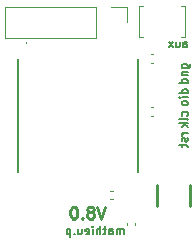
<source format=gbr>
%TF.GenerationSoftware,KiCad,Pcbnew,9.0.6-rc1*%
%TF.CreationDate,2025-11-21T10:50:26+01:00*%
%TF.ProjectId,hardware_V8,68617264-7761-4726-955f-56382e6b6963,rev?*%
%TF.SameCoordinates,Original*%
%TF.FileFunction,Legend,Bot*%
%TF.FilePolarity,Positive*%
%FSLAX46Y46*%
G04 Gerber Fmt 4.6, Leading zero omitted, Abs format (unit mm)*
G04 Created by KiCad (PCBNEW 9.0.6-rc1) date 2025-11-21 10:50:26*
%MOMM*%
%LPD*%
G01*
G04 APERTURE LIST*
%ADD10C,0.175000*%
%ADD11C,0.250000*%
%ADD12C,0.100000*%
%ADD13C,0.120000*%
%ADD14C,0.254000*%
%ADD15C,0.200000*%
G04 APERTURE END LIST*
D10*
X132358202Y-91735233D02*
X132358202Y-91368566D01*
X132358202Y-91368566D02*
X132391535Y-91301900D01*
X132391535Y-91301900D02*
X132458202Y-91268566D01*
X132458202Y-91268566D02*
X132591535Y-91268566D01*
X132591535Y-91268566D02*
X132658202Y-91301900D01*
X132358202Y-91701900D02*
X132424869Y-91735233D01*
X132424869Y-91735233D02*
X132591535Y-91735233D01*
X132591535Y-91735233D02*
X132658202Y-91701900D01*
X132658202Y-91701900D02*
X132691535Y-91635233D01*
X132691535Y-91635233D02*
X132691535Y-91568566D01*
X132691535Y-91568566D02*
X132658202Y-91501900D01*
X132658202Y-91501900D02*
X132591535Y-91468566D01*
X132591535Y-91468566D02*
X132424869Y-91468566D01*
X132424869Y-91468566D02*
X132358202Y-91435233D01*
X131724869Y-91268566D02*
X131724869Y-91735233D01*
X132024869Y-91268566D02*
X132024869Y-91635233D01*
X132024869Y-91635233D02*
X131991536Y-91701900D01*
X131991536Y-91701900D02*
X131924869Y-91735233D01*
X131924869Y-91735233D02*
X131824869Y-91735233D01*
X131824869Y-91735233D02*
X131758202Y-91701900D01*
X131758202Y-91701900D02*
X131724869Y-91668566D01*
X131458203Y-91735233D02*
X131091536Y-91268566D01*
X131458203Y-91268566D02*
X131091536Y-91735233D01*
X132705233Y-99031797D02*
X132238566Y-99031797D01*
X132371900Y-99031797D02*
X132305233Y-99065131D01*
X132305233Y-99065131D02*
X132271900Y-99098464D01*
X132271900Y-99098464D02*
X132238566Y-99165131D01*
X132238566Y-99165131D02*
X132238566Y-99231797D01*
X132671900Y-99431797D02*
X132705233Y-99498464D01*
X132705233Y-99498464D02*
X132705233Y-99631797D01*
X132705233Y-99631797D02*
X132671900Y-99698464D01*
X132671900Y-99698464D02*
X132605233Y-99731797D01*
X132605233Y-99731797D02*
X132571900Y-99731797D01*
X132571900Y-99731797D02*
X132505233Y-99698464D01*
X132505233Y-99698464D02*
X132471900Y-99631797D01*
X132471900Y-99631797D02*
X132471900Y-99531797D01*
X132471900Y-99531797D02*
X132438566Y-99465130D01*
X132438566Y-99465130D02*
X132371900Y-99431797D01*
X132371900Y-99431797D02*
X132338566Y-99431797D01*
X132338566Y-99431797D02*
X132271900Y-99465130D01*
X132271900Y-99465130D02*
X132238566Y-99531797D01*
X132238566Y-99531797D02*
X132238566Y-99631797D01*
X132238566Y-99631797D02*
X132271900Y-99698464D01*
X132238566Y-99931797D02*
X132238566Y-100198464D01*
X132005233Y-100031797D02*
X132605233Y-100031797D01*
X132605233Y-100031797D02*
X132671900Y-100065131D01*
X132671900Y-100065131D02*
X132705233Y-100131797D01*
X132705233Y-100131797D02*
X132705233Y-100198464D01*
X132671900Y-97521797D02*
X132705233Y-97455131D01*
X132705233Y-97455131D02*
X132705233Y-97321797D01*
X132705233Y-97321797D02*
X132671900Y-97255131D01*
X132671900Y-97255131D02*
X132638566Y-97221797D01*
X132638566Y-97221797D02*
X132571900Y-97188464D01*
X132571900Y-97188464D02*
X132371900Y-97188464D01*
X132371900Y-97188464D02*
X132305233Y-97221797D01*
X132305233Y-97221797D02*
X132271900Y-97255131D01*
X132271900Y-97255131D02*
X132238566Y-97321797D01*
X132238566Y-97321797D02*
X132238566Y-97455131D01*
X132238566Y-97455131D02*
X132271900Y-97521797D01*
X132705233Y-97921797D02*
X132671900Y-97855131D01*
X132671900Y-97855131D02*
X132605233Y-97821797D01*
X132605233Y-97821797D02*
X132005233Y-97821797D01*
X132705233Y-98188464D02*
X132005233Y-98188464D01*
X132438566Y-98255131D02*
X132705233Y-98455131D01*
X132238566Y-98455131D02*
X132505233Y-98188464D01*
X132705233Y-95651797D02*
X132005233Y-95651797D01*
X132671900Y-95651797D02*
X132705233Y-95585131D01*
X132705233Y-95585131D02*
X132705233Y-95451797D01*
X132705233Y-95451797D02*
X132671900Y-95385131D01*
X132671900Y-95385131D02*
X132638566Y-95351797D01*
X132638566Y-95351797D02*
X132571900Y-95318464D01*
X132571900Y-95318464D02*
X132371900Y-95318464D01*
X132371900Y-95318464D02*
X132305233Y-95351797D01*
X132305233Y-95351797D02*
X132271900Y-95385131D01*
X132271900Y-95385131D02*
X132238566Y-95451797D01*
X132238566Y-95451797D02*
X132238566Y-95585131D01*
X132238566Y-95585131D02*
X132271900Y-95651797D01*
X132705233Y-95985130D02*
X132238566Y-95985130D01*
X132005233Y-95985130D02*
X132038566Y-95951797D01*
X132038566Y-95951797D02*
X132071900Y-95985130D01*
X132071900Y-95985130D02*
X132038566Y-96018464D01*
X132038566Y-96018464D02*
X132005233Y-95985130D01*
X132005233Y-95985130D02*
X132071900Y-95985130D01*
X132705233Y-96418463D02*
X132671900Y-96351797D01*
X132671900Y-96351797D02*
X132638566Y-96318463D01*
X132638566Y-96318463D02*
X132571900Y-96285130D01*
X132571900Y-96285130D02*
X132371900Y-96285130D01*
X132371900Y-96285130D02*
X132305233Y-96318463D01*
X132305233Y-96318463D02*
X132271900Y-96351797D01*
X132271900Y-96351797D02*
X132238566Y-96418463D01*
X132238566Y-96418463D02*
X132238566Y-96518463D01*
X132238566Y-96518463D02*
X132271900Y-96585130D01*
X132271900Y-96585130D02*
X132305233Y-96618463D01*
X132305233Y-96618463D02*
X132371900Y-96651797D01*
X132371900Y-96651797D02*
X132571900Y-96651797D01*
X132571900Y-96651797D02*
X132638566Y-96618463D01*
X132638566Y-96618463D02*
X132671900Y-96585130D01*
X132671900Y-96585130D02*
X132705233Y-96518463D01*
X132705233Y-96518463D02*
X132705233Y-96418463D01*
X132238566Y-93481797D02*
X132805233Y-93481797D01*
X132805233Y-93481797D02*
X132871900Y-93448464D01*
X132871900Y-93448464D02*
X132905233Y-93415131D01*
X132905233Y-93415131D02*
X132938566Y-93348464D01*
X132938566Y-93348464D02*
X132938566Y-93248464D01*
X132938566Y-93248464D02*
X132905233Y-93181797D01*
X132671900Y-93481797D02*
X132705233Y-93415131D01*
X132705233Y-93415131D02*
X132705233Y-93281797D01*
X132705233Y-93281797D02*
X132671900Y-93215131D01*
X132671900Y-93215131D02*
X132638566Y-93181797D01*
X132638566Y-93181797D02*
X132571900Y-93148464D01*
X132571900Y-93148464D02*
X132371900Y-93148464D01*
X132371900Y-93148464D02*
X132305233Y-93181797D01*
X132305233Y-93181797D02*
X132271900Y-93215131D01*
X132271900Y-93215131D02*
X132238566Y-93281797D01*
X132238566Y-93281797D02*
X132238566Y-93415131D01*
X132238566Y-93415131D02*
X132271900Y-93481797D01*
X132238566Y-93815130D02*
X132705233Y-93815130D01*
X132305233Y-93815130D02*
X132271900Y-93848464D01*
X132271900Y-93848464D02*
X132238566Y-93915130D01*
X132238566Y-93915130D02*
X132238566Y-94015130D01*
X132238566Y-94015130D02*
X132271900Y-94081797D01*
X132271900Y-94081797D02*
X132338566Y-94115130D01*
X132338566Y-94115130D02*
X132705233Y-94115130D01*
X132705233Y-94748463D02*
X132005233Y-94748463D01*
X132671900Y-94748463D02*
X132705233Y-94681797D01*
X132705233Y-94681797D02*
X132705233Y-94548463D01*
X132705233Y-94548463D02*
X132671900Y-94481797D01*
X132671900Y-94481797D02*
X132638566Y-94448463D01*
X132638566Y-94448463D02*
X132571900Y-94415130D01*
X132571900Y-94415130D02*
X132371900Y-94415130D01*
X132371900Y-94415130D02*
X132305233Y-94448463D01*
X132305233Y-94448463D02*
X132271900Y-94481797D01*
X132271900Y-94481797D02*
X132238566Y-94548463D01*
X132238566Y-94548463D02*
X132238566Y-94681797D01*
X132238566Y-94681797D02*
X132271900Y-94748463D01*
D11*
X125740288Y-105254619D02*
X125406955Y-106254619D01*
X125406955Y-106254619D02*
X125073622Y-105254619D01*
X124597431Y-105683190D02*
X124692669Y-105635571D01*
X124692669Y-105635571D02*
X124740288Y-105587952D01*
X124740288Y-105587952D02*
X124787907Y-105492714D01*
X124787907Y-105492714D02*
X124787907Y-105445095D01*
X124787907Y-105445095D02*
X124740288Y-105349857D01*
X124740288Y-105349857D02*
X124692669Y-105302238D01*
X124692669Y-105302238D02*
X124597431Y-105254619D01*
X124597431Y-105254619D02*
X124406955Y-105254619D01*
X124406955Y-105254619D02*
X124311717Y-105302238D01*
X124311717Y-105302238D02*
X124264098Y-105349857D01*
X124264098Y-105349857D02*
X124216479Y-105445095D01*
X124216479Y-105445095D02*
X124216479Y-105492714D01*
X124216479Y-105492714D02*
X124264098Y-105587952D01*
X124264098Y-105587952D02*
X124311717Y-105635571D01*
X124311717Y-105635571D02*
X124406955Y-105683190D01*
X124406955Y-105683190D02*
X124597431Y-105683190D01*
X124597431Y-105683190D02*
X124692669Y-105730809D01*
X124692669Y-105730809D02*
X124740288Y-105778428D01*
X124740288Y-105778428D02*
X124787907Y-105873666D01*
X124787907Y-105873666D02*
X124787907Y-106064142D01*
X124787907Y-106064142D02*
X124740288Y-106159380D01*
X124740288Y-106159380D02*
X124692669Y-106207000D01*
X124692669Y-106207000D02*
X124597431Y-106254619D01*
X124597431Y-106254619D02*
X124406955Y-106254619D01*
X124406955Y-106254619D02*
X124311717Y-106207000D01*
X124311717Y-106207000D02*
X124264098Y-106159380D01*
X124264098Y-106159380D02*
X124216479Y-106064142D01*
X124216479Y-106064142D02*
X124216479Y-105873666D01*
X124216479Y-105873666D02*
X124264098Y-105778428D01*
X124264098Y-105778428D02*
X124311717Y-105730809D01*
X124311717Y-105730809D02*
X124406955Y-105683190D01*
X123787907Y-106159380D02*
X123740288Y-106207000D01*
X123740288Y-106207000D02*
X123787907Y-106254619D01*
X123787907Y-106254619D02*
X123835526Y-106207000D01*
X123835526Y-106207000D02*
X123787907Y-106159380D01*
X123787907Y-106159380D02*
X123787907Y-106254619D01*
X123121241Y-105254619D02*
X123026003Y-105254619D01*
X123026003Y-105254619D02*
X122930765Y-105302238D01*
X122930765Y-105302238D02*
X122883146Y-105349857D01*
X122883146Y-105349857D02*
X122835527Y-105445095D01*
X122835527Y-105445095D02*
X122787908Y-105635571D01*
X122787908Y-105635571D02*
X122787908Y-105873666D01*
X122787908Y-105873666D02*
X122835527Y-106064142D01*
X122835527Y-106064142D02*
X122883146Y-106159380D01*
X122883146Y-106159380D02*
X122930765Y-106207000D01*
X122930765Y-106207000D02*
X123026003Y-106254619D01*
X123026003Y-106254619D02*
X123121241Y-106254619D01*
X123121241Y-106254619D02*
X123216479Y-106207000D01*
X123216479Y-106207000D02*
X123264098Y-106159380D01*
X123264098Y-106159380D02*
X123311717Y-106064142D01*
X123311717Y-106064142D02*
X123359336Y-105873666D01*
X123359336Y-105873666D02*
X123359336Y-105635571D01*
X123359336Y-105635571D02*
X123311717Y-105445095D01*
X123311717Y-105445095D02*
X123264098Y-105349857D01*
X123264098Y-105349857D02*
X123216479Y-105302238D01*
X123216479Y-105302238D02*
X123121241Y-105254619D01*
D10*
X127288202Y-107585233D02*
X127288202Y-107118566D01*
X127288202Y-107185233D02*
X127254869Y-107151900D01*
X127254869Y-107151900D02*
X127188202Y-107118566D01*
X127188202Y-107118566D02*
X127088202Y-107118566D01*
X127088202Y-107118566D02*
X127021535Y-107151900D01*
X127021535Y-107151900D02*
X126988202Y-107218566D01*
X126988202Y-107218566D02*
X126988202Y-107585233D01*
X126988202Y-107218566D02*
X126954869Y-107151900D01*
X126954869Y-107151900D02*
X126888202Y-107118566D01*
X126888202Y-107118566D02*
X126788202Y-107118566D01*
X126788202Y-107118566D02*
X126721535Y-107151900D01*
X126721535Y-107151900D02*
X126688202Y-107218566D01*
X126688202Y-107218566D02*
X126688202Y-107585233D01*
X126054869Y-107585233D02*
X126054869Y-107218566D01*
X126054869Y-107218566D02*
X126088202Y-107151900D01*
X126088202Y-107151900D02*
X126154869Y-107118566D01*
X126154869Y-107118566D02*
X126288202Y-107118566D01*
X126288202Y-107118566D02*
X126354869Y-107151900D01*
X126054869Y-107551900D02*
X126121536Y-107585233D01*
X126121536Y-107585233D02*
X126288202Y-107585233D01*
X126288202Y-107585233D02*
X126354869Y-107551900D01*
X126354869Y-107551900D02*
X126388202Y-107485233D01*
X126388202Y-107485233D02*
X126388202Y-107418566D01*
X126388202Y-107418566D02*
X126354869Y-107351900D01*
X126354869Y-107351900D02*
X126288202Y-107318566D01*
X126288202Y-107318566D02*
X126121536Y-107318566D01*
X126121536Y-107318566D02*
X126054869Y-107285233D01*
X125821536Y-107118566D02*
X125554869Y-107118566D01*
X125721536Y-106885233D02*
X125721536Y-107485233D01*
X125721536Y-107485233D02*
X125688203Y-107551900D01*
X125688203Y-107551900D02*
X125621536Y-107585233D01*
X125621536Y-107585233D02*
X125554869Y-107585233D01*
X125321536Y-107585233D02*
X125321536Y-106885233D01*
X125021536Y-107585233D02*
X125021536Y-107218566D01*
X125021536Y-107218566D02*
X125054869Y-107151900D01*
X125054869Y-107151900D02*
X125121536Y-107118566D01*
X125121536Y-107118566D02*
X125221536Y-107118566D01*
X125221536Y-107118566D02*
X125288203Y-107151900D01*
X125288203Y-107151900D02*
X125321536Y-107185233D01*
X124688203Y-107585233D02*
X124688203Y-107118566D01*
X124688203Y-106885233D02*
X124721536Y-106918566D01*
X124721536Y-106918566D02*
X124688203Y-106951900D01*
X124688203Y-106951900D02*
X124654870Y-106918566D01*
X124654870Y-106918566D02*
X124688203Y-106885233D01*
X124688203Y-106885233D02*
X124688203Y-106951900D01*
X124088203Y-107551900D02*
X124154870Y-107585233D01*
X124154870Y-107585233D02*
X124288203Y-107585233D01*
X124288203Y-107585233D02*
X124354870Y-107551900D01*
X124354870Y-107551900D02*
X124388203Y-107485233D01*
X124388203Y-107485233D02*
X124388203Y-107218566D01*
X124388203Y-107218566D02*
X124354870Y-107151900D01*
X124354870Y-107151900D02*
X124288203Y-107118566D01*
X124288203Y-107118566D02*
X124154870Y-107118566D01*
X124154870Y-107118566D02*
X124088203Y-107151900D01*
X124088203Y-107151900D02*
X124054870Y-107218566D01*
X124054870Y-107218566D02*
X124054870Y-107285233D01*
X124054870Y-107285233D02*
X124388203Y-107351900D01*
X123454870Y-107118566D02*
X123454870Y-107585233D01*
X123754870Y-107118566D02*
X123754870Y-107485233D01*
X123754870Y-107485233D02*
X123721537Y-107551900D01*
X123721537Y-107551900D02*
X123654870Y-107585233D01*
X123654870Y-107585233D02*
X123554870Y-107585233D01*
X123554870Y-107585233D02*
X123488203Y-107551900D01*
X123488203Y-107551900D02*
X123454870Y-107518566D01*
X123121537Y-107518566D02*
X123088204Y-107551900D01*
X123088204Y-107551900D02*
X123121537Y-107585233D01*
X123121537Y-107585233D02*
X123154870Y-107551900D01*
X123154870Y-107551900D02*
X123121537Y-107518566D01*
X123121537Y-107518566D02*
X123121537Y-107585233D01*
X122788204Y-107118566D02*
X122788204Y-107818566D01*
X122788204Y-107151900D02*
X122721537Y-107118566D01*
X122721537Y-107118566D02*
X122588204Y-107118566D01*
X122588204Y-107118566D02*
X122521537Y-107151900D01*
X122521537Y-107151900D02*
X122488204Y-107185233D01*
X122488204Y-107185233D02*
X122454871Y-107251900D01*
X122454871Y-107251900D02*
X122454871Y-107451900D01*
X122454871Y-107451900D02*
X122488204Y-107518566D01*
X122488204Y-107518566D02*
X122521537Y-107551900D01*
X122521537Y-107551900D02*
X122588204Y-107585233D01*
X122588204Y-107585233D02*
X122721537Y-107585233D01*
X122721537Y-107585233D02*
X122788204Y-107551900D01*
D12*
%TO.C,J2*%
X128580000Y-90845000D02*
X128580000Y-88245000D01*
X128580000Y-88245000D02*
X128930000Y-88245000D01*
X128930000Y-90845000D02*
X128580000Y-90845000D01*
X132130000Y-88245000D02*
X132480000Y-88245000D01*
X132480000Y-90845000D02*
X132130000Y-90845000D01*
X132480000Y-90770000D02*
X132480000Y-90845000D01*
X132480000Y-90770000D02*
X132480000Y-90770000D01*
X132480000Y-88245000D02*
X132480000Y-90770000D01*
D13*
%TO.C,C3*%
X127570000Y-106612164D02*
X127570000Y-106827836D01*
X128290000Y-106612164D02*
X128290000Y-106827836D01*
%TO.C,C2*%
X126387836Y-103910000D02*
X126172164Y-103910000D01*
X126387836Y-104630000D02*
X126172164Y-104630000D01*
D14*
%TO.C,U3*%
X132869000Y-104307500D02*
X132869000Y-105215000D01*
X132869000Y-104307500D02*
X132869000Y-103415000D01*
X130080000Y-104307500D02*
X130080000Y-105215000D01*
X130080000Y-104307500D02*
X130080000Y-103415000D01*
D13*
%TO.C,C16*%
X129807836Y-96840000D02*
X129592164Y-96840000D01*
X129807836Y-97560000D02*
X129592164Y-97560000D01*
%TO.C,J3*%
X117280000Y-90960000D02*
X117280000Y-88300000D01*
X124960000Y-88300000D02*
X117280000Y-88300000D01*
X124960000Y-90960000D02*
X117280000Y-90960000D01*
X124960000Y-90960000D02*
X124960000Y-88300000D01*
X127560000Y-88300000D02*
X126230000Y-88300000D01*
X127560000Y-89630000D02*
X127560000Y-88300000D01*
D15*
%TO.C,IC4*%
X118380000Y-92720000D02*
X118380000Y-102320000D01*
D12*
X119030000Y-91320000D02*
X119030000Y-91320000D01*
X119030000Y-91420000D02*
X119030000Y-91420000D01*
D15*
X128480000Y-92720000D02*
X128480000Y-102320000D01*
D12*
X119030000Y-91320000D02*
G75*
G02*
X119030000Y-91420000I0J-50000D01*
G01*
X119030000Y-91420000D02*
G75*
G02*
X119030000Y-91320000I0J50000D01*
G01*
D13*
%TO.C,C28*%
X129592164Y-92340000D02*
X129807836Y-92340000D01*
X129592164Y-93060000D02*
X129807836Y-93060000D01*
%TD*%
M02*

</source>
